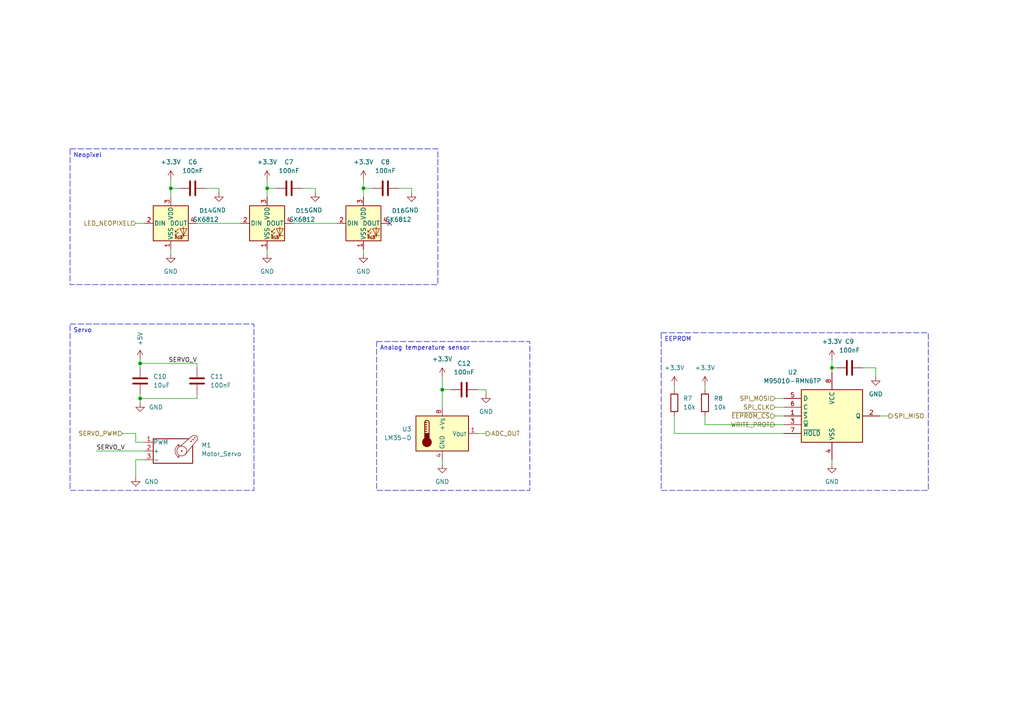
<source format=kicad_sch>
(kicad_sch (version 20231120) (generator "eeschema") (generator_version "8.0")
  (paper "A4")
  (title_block (title "Sensors & actuators") (date "2024-04-26") (rev "V2.0") (company "HAN") (comment 1 "Authors: Thomas Ijseldijk, Hugo Arends & Emiel Visser"))
  (lib_symbols
    (symbol "Device:C" (pin_numbers hide) (pin_names (offset 0.254))
      (property "Reference" "C" (at 0.635 2.54 0))
      (property "Value" "C" (at 0.635 -2.54 0))
      (symbol "C_0_1"
        (polyline (pts (xy -2.032 -0.762) (xy 2.032 -0.762)) (stroke (width 0.508)))
        (polyline (pts (xy -2.032 0.762) (xy 2.032 0.762)) (stroke (width 0.508)))
      )
      (symbol "C_1_1"
        (pin passive line (at 0 3.81 270) (length 2.794) (name "~") (number "1"))
        (pin passive line (at 0 -3.81 90) (length 2.794) (name "~") (number "2"))
      )
    )
    (symbol "Device:R" (pin_numbers hide) (pin_names (offset 0))
      (property "Reference" "R" (at 2.032 0 90))
      (property "Value" "R" (at 0 0 90))
      (symbol "R_0_1"
        (rectangle (start -1.016 -2.54) (end 1.016 2.54) (stroke (width 0.254)))
      )
      (symbol "R_1_1"
        (pin passive line (at 0 3.81 270) (length 1.27) (name "~") (number "1"))
        (pin passive line (at 0 -3.81 90) (length 1.27) (name "~") (number "2"))
      )
    )
    (symbol "LED:SK6812" (pin_names (offset 0.254))
      (property "Reference" "D" (at 5.08 5.715 0))
      (property "Value" "SK6812" (at 1.27 -5.715 0))
      (symbol "SK6812_0_0"
        (text "RGB" (at 2.286 -4.191 0) (effects (font (size 0.762 0.762))))
      )
      (symbol "SK6812_0_1"
        (polyline (pts (xy 1.27 -3.556) (xy 1.778 -3.556)))
        (polyline (pts (xy 1.27 -2.54) (xy 1.778 -2.54)))
        (polyline (pts (xy 4.699 -3.556) (xy 2.667 -3.556)))
        (polyline (pts (xy 2.286 -2.54) (xy 1.27 -3.556) (xy 1.27 -3.048)))
        (polyline (pts (xy 2.286 -1.524) (xy 1.27 -2.54) (xy 1.27 -2.032)))
        (polyline (pts (xy 3.683 -1.016) (xy 3.683 -3.556) (xy 3.683 -4.064)))
        (polyline (pts (xy 4.699 -1.524) (xy 2.667 -1.524) (xy 3.683 -3.556) (xy 4.699 -1.524)))
        (rectangle (start 5.08 5.08) (end -5.08 -5.08) (stroke (width 0.254)) (fill (type background)))
      )
      (symbol "SK6812_1_1"
        (pin power_in line (at 0 -7.62 90) (length 2.54) (name "VSS") (number "1"))
        (pin input line (at -7.62 0 0) (length 2.54) (name "DIN") (number "2"))
        (pin power_in line (at 0 7.62 270) (length 2.54) (name "VDD") (number "3"))
        (pin output line (at 7.62 0 180) (length 2.54) (name "DOUT") (number "4"))
      )
    )
    (symbol "Motor:Motor_Servo" (pin_names (offset 0.0254))
      (property "Reference" "M" (at -5.08 4.445 0))
      (property "Value" "Motor_Servo" (at -5.08 -4.064 0))
      (symbol "Motor_Servo_0_1"
        (polyline (pts (xy 2.413 -1.778) (xy 2.032 -1.778)))
        (polyline (pts (xy 2.413 -1.778) (xy 2.286 -1.397)))
        (polyline (pts (xy 2.413 1.778) (xy 1.905 1.778)))
        (polyline (pts (xy 2.413 1.778) (xy 2.286 1.397)))
        (polyline (pts (xy 6.35 4.445) (xy 2.54 1.27)))
        (polyline (pts (xy 7.62 3.175) (xy 4.191 -1.016)))
        (polyline (pts (xy 5.08 3.556) (xy -5.08 3.556) (xy -5.08 -3.556) (xy 6.35 -3.556) (xy 6.35 1.524)) (stroke (width 0.254)))
        (arc (start 2.413 1.778) (mid 1.2406 0) (end 2.413 -1.778))
        (circle (center 3.175 0) (radius 0.1778))
        (circle (center 3.175 0) (radius 1.4224))
        (circle (center 5.969 2.794) (radius 0.127))
        (circle (center 6.477 3.302) (radius 0.127))
        (circle (center 6.985 3.81) (radius 0.127))
        (arc (start 7.62 3.175) (mid 7.4485 4.2735) (end 6.35 4.445))
      )
      (symbol "Motor_Servo_1_1"
        (pin passive line (at -7.62 2.54 0) (length 2.54) (name "PWM") (number "1"))
        (pin passive line (at -7.62 0 0) (length 2.54) (name "+") (number "2"))
        (pin passive line (at -7.62 -2.54 0) (length 2.54) (name "-") (number "3"))
      )
    )
    (symbol "SamacSys:M95010-RMN6TP"
      (property "Reference" "U" (at 24.13 9.398 0))
      (property "Value" "M95010-RMN6TP" (at 24.13 7.112 0))
      (symbol "M95010-RMN6TP_1_1"
        (rectangle (start 5.08 5.08) (end 22.86 -10.16) (stroke (width 0.254)) (fill (type background)))
        (pin passive line (at 0 -2.54 0) (length 5.08) (name "~{S}") (number "1"))
        (pin passive line (at 27.94 -2.54 180) (length 5.08) (name "Q") (number "2"))
        (pin passive line (at 0 -5.08 0) (length 5.08) (name "~{W}") (number "3"))
        (pin passive line (at 13.97 -15.24 90) (length 5.08) (name "VSS") (number "4"))
        (pin passive line (at 0 2.54 0) (length 5.08) (name "D") (number "5"))
        (pin passive line (at 0 0 0) (length 5.08) (name "C") (number "6"))
        (pin passive line (at 0 -7.62 0) (length 5.08) (name "~{HOLD}") (number "7"))
        (pin passive line (at 13.97 10.16 270) (length 5.08) (name "VCC") (number "8"))
      )
    )
    (symbol "Sensor_Temperature:LM35-D"
      (property "Reference" "U" (at -6.35 6.35 0))
      (property "Value" "LM35-D" (at 1.27 6.35 0))
      (symbol "LM35-D_0_1"
        (rectangle (start -7.62 5.08) (end 7.62 -5.08) (stroke (width 0.254)) (fill (type background)))
        (circle (center -4.445 -2.54) (radius 1.27) (stroke (width 0.254)) (fill (type outline)))
        (rectangle (start -3.81 -1.905) (end -5.08 0) (stroke (width 0.254)) (fill (type outline)))
        (arc (start -3.81 3.175) (mid -4.445 3.8073) (end -5.08 3.175) (stroke (width 0.254)))
        (polyline (pts (xy -5.08 0.635) (xy -4.445 0.635)) (stroke (width 0.254)))
        (polyline (pts (xy -5.08 1.27) (xy -4.445 1.27)) (stroke (width 0.254)))
        (polyline (pts (xy -5.08 1.905) (xy -4.445 1.905)) (stroke (width 0.254)))
        (polyline (pts (xy -5.08 2.54) (xy -4.445 2.54)) (stroke (width 0.254)))
        (polyline (pts (xy -5.08 3.175) (xy -5.08 0)) (stroke (width 0.254)))
        (polyline (pts (xy -5.08 3.175) (xy -4.445 3.175)) (stroke (width 0.254)))
        (polyline (pts (xy -3.81 3.175) (xy -3.81 0)) (stroke (width 0.254)))
      )
      (symbol "LM35-D_1_1"
        (pin output line (at 10.16 0 180) (length 2.54) (name "V_{OUT}") (number "1"))
        (pin no_connect line (at -2.54 -5.08 90) (length 2.54) hide (name "NC") (number "2"))
        (pin no_connect line (at -2.54 5.08 270) (length 2.54) hide (name "NC") (number "3"))
        (pin power_in line (at 0 -7.62 90) (length 2.54) (name "GND") (number "4"))
        (pin no_connect line (at 2.54 -5.08 90) (length 2.54) hide (name "NC") (number "5"))
        (pin no_connect line (at 5.08 -5.08 90) (length 2.54) hide (name "NC") (number "6"))
        (pin no_connect line (at 7.62 2.54 180) (length 2.54) hide (name "NC") (number "7"))
        (pin power_in line (at 0 7.62 270) (length 2.54) (name "+V_{S}") (number "8"))
      )
    )
    (symbol "power:+3.3V" (power) (pin_names (offset 0))
      (property "Value" "+3.3V" (at 0 3.556 0))
      (symbol "+3.3V_0_1"
        (polyline (pts (xy -0.762 1.27) (xy 0 2.54)))
        (polyline (pts (xy 0 0) (xy 0 2.54)))
        (polyline (pts (xy 0 2.54) (xy 0.762 1.27)))
      )
      (symbol "+3.3V_1_1"
        (pin power_in line (at 0 0 90) (length 0) hide (name "+3.3V") (number "1"))
      )
    )
    (symbol "power:+5V" (power) (pin_names (offset 0))
      (property "Value" "+5V" (at 0 3.556 0))
      (symbol "+5V_0_1"
        (polyline (pts (xy -0.762 1.27) (xy 0 2.54)))
        (polyline (pts (xy 0 0) (xy 0 2.54)))
        (polyline (pts (xy 0 2.54) (xy 0.762 1.27)))
      )
      (symbol "+5V_1_1"
        (pin power_in line (at 0 0 90) (length 0) hide (name "+5V") (number "1"))
      )
    )
    (symbol "power:GND" (power) (pin_names (offset 0))
      (property "Value" "GND" (at 0 -3.81 0))
      (symbol "GND_0_1"
        (polyline (pts (xy 0 0) (xy 0 -1.27) (xy 1.27 -1.27) (xy 0 -2.54) (xy -1.27 -1.27) (xy 0 -1.27)))
      )
      (symbol "GND_1_1"
        (pin power_in line (at 0 0 270) (length 0) hide (name "GND") (number "1"))
      )
    )
  )
  (junction (at 105.41 54.61))
  (junction (at 128.27 113.03))
  (junction (at 49.53 54.61))
  (junction (at 40.64 115.57))
  (junction (at 40.64 105.41))
  (junction (at 241.3 106.68))
  (junction (at 77.47 54.61))
  (no_connect (at 113.03 64.77))
  (wire (pts (xy 107.95 54.61) (xy 105.41 54.61)))
  (wire (pts (xy 27.94 130.81) (xy 41.91 130.81)))
  (wire (pts (xy 224.79 118.11) (xy 227.33 118.11)))
  (wire (pts (xy 91.44 55.88) (xy 91.44 54.61)))
  (wire (pts (xy 204.47 123.19) (xy 204.47 120.65)))
  (wire (pts (xy 52.07 54.61) (xy 49.53 54.61)))
  (wire (pts (xy 57.15 105.41) (xy 40.64 105.41)))
  (wire (pts (xy 80.01 54.61) (xy 77.47 54.61)))
  (wire (pts (xy 40.64 115.57) (xy 57.15 115.57)))
  (wire (pts (xy 195.58 125.73) (xy 195.58 120.65)))
  (wire (pts (xy 85.09 64.77) (xy 97.79 64.77)))
  (wire (pts (xy 35.56 125.73) (xy 39.37 125.73)))
  (wire (pts (xy 40.64 115.57) (xy 40.64 116.84)))
  (wire (pts (xy 105.41 54.61) (xy 105.41 57.15)))
  (wire (pts (xy 40.64 114.3) (xy 40.64 115.57)))
  (wire (pts (xy 57.15 64.77) (xy 69.85 64.77)))
  (wire (pts (xy 241.3 106.68) (xy 241.3 107.95)))
  (wire (pts (xy 128.27 133.35) (xy 128.27 134.62)))
  (wire (pts (xy 255.27 120.65) (xy 257.81 120.65)))
  (wire (pts (xy 105.41 52.07) (xy 105.41 54.61)))
  (wire (pts (xy 49.53 72.39) (xy 49.53 73.66)))
  (wire (pts (xy 241.3 133.35) (xy 241.3 134.62)))
  (wire (pts (xy 105.41 72.39) (xy 105.41 73.66)))
  (wire (pts (xy 49.53 52.07) (xy 49.53 54.61)))
  (wire (pts (xy 39.37 128.27) (xy 41.91 128.27)))
  (wire (pts (xy 119.38 54.61) (xy 115.57 54.61)))
  (wire (pts (xy 40.64 104.14) (xy 40.64 105.41)))
  (wire (pts (xy 39.37 128.27) (xy 39.37 125.73)))
  (wire (pts (xy 130.81 113.03) (xy 128.27 113.03)))
  (wire (pts (xy 140.97 113.03) (xy 138.43 113.03)))
  (wire (pts (xy 57.15 106.68) (xy 57.15 105.41)))
  (wire (pts (xy 119.38 55.88) (xy 119.38 54.61)))
  (wire (pts (xy 40.64 105.41) (xy 40.64 106.68)))
  (wire (pts (xy 195.58 111.76) (xy 195.58 113.03)))
  (wire (pts (xy 128.27 109.22) (xy 128.27 113.03)))
  (wire (pts (xy 224.79 115.57) (xy 227.33 115.57)))
  (wire (pts (xy 195.58 125.73) (xy 227.33 125.73)))
  (wire (pts (xy 204.47 111.76) (xy 204.47 113.03)))
  (wire (pts (xy 77.47 54.61) (xy 77.47 57.15)))
  (wire (pts (xy 57.15 114.3) (xy 57.15 115.57)))
  (wire (pts (xy 140.97 114.3) (xy 140.97 113.03)))
  (wire (pts (xy 204.47 123.19) (xy 227.33 123.19)))
  (wire (pts (xy 63.5 55.88) (xy 63.5 54.61)))
  (wire (pts (xy 224.79 120.65) (xy 227.33 120.65)))
  (wire (pts (xy 39.37 64.77) (xy 41.91 64.77)))
  (wire (pts (xy 39.37 138.43) (xy 39.37 133.35)))
  (wire (pts (xy 77.47 72.39) (xy 77.47 73.66)))
  (wire (pts (xy 254 106.68) (xy 250.19 106.68)))
  (wire (pts (xy 39.37 133.35) (xy 41.91 133.35)))
  (wire (pts (xy 138.43 125.73) (xy 140.97 125.73)))
  (wire (pts (xy 91.44 54.61) (xy 87.63 54.61)))
  (wire (pts (xy 241.3 104.14) (xy 241.3 106.68)))
  (wire (pts (xy 128.27 113.03) (xy 128.27 118.11)))
  (wire (pts (xy 254 109.22) (xy 254 106.68)))
  (wire (pts (xy 242.57 106.68) (xy 241.3 106.68)))
  (wire (pts (xy 63.5 54.61) (xy 59.69 54.61)))
  (wire (pts (xy 49.53 54.61) (xy 49.53 57.15)))
  (wire (pts (xy 77.47 52.07) (xy 77.47 54.61)))
  (text_box "Servo" (at 20.32 93.98 0) (size 53.34 48.26) (stroke (width 0) (type dash)) (effects (font (size 1.27 1.27)) (justify left top)))
  (text_box "Neopixel" (at 20.32 43.18 0) (size 106.68 39.37) (stroke (width 0) (type dash)) (effects (font (size 1.27 1.27)) (justify left top)))
  (text_box "Analog temperature sensor" (at 109.22 99.06 0) (size 44.45 43.18) (stroke (width 0) (type dash)) (effects (font (size 1.27 1.27)) (justify left top)))
  (text_box "EEPROM" (at 191.77 96.52 0) (size 77.47 45.72) (stroke (width 0) (type dash)) (effects (font (size 1.27 1.27)) (justify left top)))
  (label "SERVO_V" (at 57.15 105.41 180))
  (label "SERVO_V" (at 27.94 130.81 0))
  (hierarchical_label "SPI_MISO" (shape output) (at 257.81 120.65 0))
  (hierarchical_label "LED_NEOPIXEL" (shape input) (at 39.37 64.77 180))
  (hierarchical_label "ADC_OUT" (shape output) (at 140.97 125.73 0))
  (hierarchical_label "WRITE_PROT" (shape input) (at 224.79 123.19 180))
  (hierarchical_label "SPI_MOSI" (shape input) (at 224.79 115.57 180))
  (hierarchical_label "~{EEPROM_CS}" (shape input) (at 224.79 120.65 180))
  (hierarchical_label "SPI_CLK" (shape input) (at 224.79 118.11 180))
  (hierarchical_label "SERVO_PWM" (shape input) (at 35.56 125.73 180))
  (symbol (lib_id "Device:C") (at 134.62 113.03 90) (unit 1)
    (property "Reference" "C12" (at 134.62 105.41 90))
    (property "Value" "100nF" (at 134.62 107.95 90))
    (property "Footprint" "Capacitor_SMD:C_0805_2012Metric_Pad1.18x1.45mm_HandSolder" (effects (hide yes)))
    (property "GPN" "GPC0603104" (effects (hide yes)))
  )
  (symbol (lib_id "power:+3.3V") (at 128.27 109.22 0) (unit 1)
    (property "Reference" "#PWR044" (effects (hide yes)))
    (property "Value" "+3.3V" (at 128.27 104.14 0))
  )
  (symbol (lib_id "LED:SK6812") (at 105.41 64.77 0) (unit 1)
    (property "Reference" "D16" (at 115.57 61.1221 0))
    (property "Value" "SK6812" (at 115.57 63.6621 0))
    (property "Footprint" "LED_SMD:LED_SK6812_PLCC4_5.0x5.0mm_P3.2mm" (effects (hide yes)))
    (property "Datasheet" "https://cdn-shop.adafruit.com/product-files/1138/SK6812+LED+datasheet+.pdf" (effects (hide yes)))
  )
  (symbol (lib_id "Device:C") (at 40.64 110.49 180) (unit 1)
    (property "Reference" "C10" (at 44.45 109.22 0) (effects (justify right)))
    (property "Value" "10uF" (at 44.45 111.76 0) (effects (justify right)))
    (property "Footprint" "Capacitor_SMD:C_0805_2012Metric_Pad1.18x1.45mm_HandSolder" (effects (hide yes)))
    (property "GPN" "GPC0603106" (effects (hide yes)))
  )
  (symbol (lib_id "power:GND") (at 105.41 73.66 0) (unit 1)
    (property "Reference" "#PWR041" (effects (hide yes)))
    (property "Value" "GND" (at 105.41 78.74 0))
  )
  (symbol (lib_id "power:+3.3V") (at 105.41 52.07 0) (unit 1)
    (property "Reference" "#PWR035" (effects (hide yes)))
    (property "Value" "+3.3V" (at 105.41 46.99 0))
  )
  (symbol (lib_id "Device:R") (at 195.58 116.84 0) (mirror y) (unit 1)
    (property "Reference" "R7" (at 198.12 115.57 0) (effects (justify right)))
    (property "Value" "10k" (at 198.12 118.11 0) (effects (justify right)))
    (property "Footprint" "Resistor_SMD:R_0805_2012Metric_Pad1.20x1.40mm_HandSolder" (effects (hide yes)))
    (property "GPN" "GPR060310K" (effects (hide yes)))
  )
  (symbol (lib_id "power:+3.3V") (at 204.47 111.76 0) (unit 1)
    (property "Reference" "#PWR047" (effects (hide yes)))
    (property "Value" "+3.3V" (at 204.47 106.68 0))
  )
  (symbol (lib_id "Device:C") (at 246.38 106.68 90) (unit 1)
    (property "Reference" "C9" (at 246.38 99.06 90))
    (property "Value" "100nF" (at 246.38 101.6 90))
    (property "Footprint" "Capacitor_SMD:C_0805_2012Metric_Pad1.18x1.45mm_HandSolder" (effects (hide yes)))
    (property "GPN" "GPC0603104" (effects (hide yes)))
  )
  (symbol (lib_id "power:+3.3V") (at 77.47 52.07 0) (unit 1)
    (property "Reference" "#PWR034" (effects (hide yes)))
    (property "Value" "+3.3V" (at 77.47 46.99 0))
  )
  (symbol (lib_id "power:+3.3V") (at 241.3 104.14 0) (unit 1)
    (property "Reference" "#PWR043" (effects (hide yes)))
    (property "Value" "+3.3V" (at 241.3 99.06 0))
  )
  (symbol (lib_id "power:GND") (at 63.5 55.88 0) (unit 1)
    (property "Reference" "#PWR036" (effects (hide yes)))
    (property "Value" "GND" (at 63.5 60.96 0))
  )
  (symbol (lib_id "LED:SK6812") (at 49.53 64.77 0) (unit 1)
    (property "Reference" "D14" (at 59.69 61.1221 0))
    (property "Value" "SK6812" (at 59.69 63.6621 0))
    (property "Footprint" "LED_SMD:LED_SK6812_PLCC4_5.0x5.0mm_P3.2mm" (effects (hide yes)))
    (property "Datasheet" "https://cdn-shop.adafruit.com/product-files/1138/SK6812+LED+datasheet+.pdf" (effects (hide yes)))
  )
  (symbol (lib_id "SamacSys:M95010-RMN6TP") (at 227.33 118.11 0) (unit 1)
    (property "Reference" "U2" (at 229.87 107.95 0))
    (property "Value" "M95010-RMN6TP" (at 229.87 110.49 0))
    (property "Footprint" "SOIC127P600X175-8N" (effects (hide yes)))
    (property "Datasheet" "https://www.arrow.com/en/products/m95010-rmn6tp/stmicroelectronics" (effects (hide yes)))
    (property "Description" "EEPROM Serial SPI Bus EEPROM" (effects (hide yes)))
    (property "Height" "1.75" (effects (hide yes)))
    (property "Manufacturer_Name" "STMicroelectronics" (effects (hide yes)))
    (property "Manufacturer_Part_Number" "M95010-RMN6TP" (effects (hide yes)))
    (property "Mouser Part Number" "511-M95010-RMN6TP" (effects (hide yes)))
    (property "Mouser Price/Stock" "https://www.mouser.co.uk/ProductDetail/STMicroelectronics/M95010-RMN6TP?qs=6hSH1YZbOIgK0xa%252BHaDUCw%3D%3D" (effects (hide yes)))
    (property "Arrow Part Number" "M95010-RMN6TP" (effects (hide yes)))
    (property "Arrow Price/Stock" "https://www.arrow.com/en/products/m95010-rmn6tp/stmicroelectronics?region=nac" (effects (hide yes)))
  )
  (symbol (lib_id "power:GND") (at 49.53 73.66 0) (unit 1)
    (property "Reference" "#PWR039" (effects (hide yes)))
    (property "Value" "GND" (at 49.53 78.74 0))
  )
  (symbol (lib_id "Device:C") (at 111.76 54.61 90) (unit 1)
    (property "Reference" "C8" (at 111.76 46.99 90))
    (property "Value" "100nF" (at 111.76 49.53 90))
    (property "Footprint" "Capacitor_SMD:C_0805_2012Metric_Pad1.18x1.45mm_HandSolder" (effects (hide yes)))
    (property "GPN" "GPC0603104" (effects (hide yes)))
  )
  (symbol (lib_id "power:GND") (at 140.97 114.3 0) (unit 1)
    (property "Reference" "#PWR048" (effects (hide yes)))
    (property "Value" "GND" (at 140.97 119.38 0))
  )
  (symbol (lib_id "Device:C") (at 83.82 54.61 90) (unit 1)
    (property "Reference" "C7" (at 83.82 46.99 90))
    (property "Value" "100nF" (at 83.82 49.53 90))
    (property "Footprint" "Capacitor_SMD:C_0805_2012Metric_Pad1.18x1.45mm_HandSolder" (effects (hide yes)))
    (property "GPN" "GPC0603104" (effects (hide yes)))
  )
  (symbol (lib_id "Device:C") (at 57.15 110.49 180) (unit 1)
    (property "Reference" "C11" (at 60.96 109.22 0) (effects (justify right)))
    (property "Value" "100nF" (at 60.96 111.76 0) (effects (justify right)))
    (property "Footprint" "Capacitor_SMD:C_0805_2012Metric_Pad1.18x1.45mm_HandSolder" (effects (hide yes)))
    (property "GPN" "GPC0603104" (effects (hide yes)))
  )
  (symbol (lib_id "Sensor_Temperature:LM35-D") (at 128.27 125.73 0) (unit 1)
    (property "Reference" "U3" (at 119.38 124.4599 0) (effects (justify right)))
    (property "Value" "LM35-D" (at 119.38 126.9999 0) (effects (justify right)))
    (property "Footprint" "Package_SO:SOIC-8_3.9x4.9mm_P1.27mm" (effects (hide yes)))
    (property "Datasheet" "http://www.ti.com/lit/ds/symlink/lm35.pdf" (effects (hide yes)))
    (property "Description" "Precision centigrade temperature sensor, SOIC-8" (effects (hide yes)))
  )
  (symbol (lib_id "power:+3.3V") (at 49.53 52.07 0) (unit 1)
    (property "Reference" "#PWR033" (effects (hide yes)))
    (property "Value" "+3.3V" (at 49.53 46.99 0))
  )
  (symbol (lib_id "Device:R") (at 204.47 116.84 0) (mirror y) (unit 1)
    (property "Reference" "R8" (at 207.01 115.57 0) (effects (justify right)))
    (property "Value" "10k" (at 207.01 118.11 0) (effects (justify right)))
    (property "Footprint" "Resistor_SMD:R_0805_2012Metric_Pad1.20x1.40mm_HandSolder" (effects (hide yes)))
    (property "GPN" "GPR060310K" (effects (hide yes)))
  )
  (symbol (lib_id "power:GND") (at 39.37 138.43 0) (unit 1)
    (property "Reference" "#PWR052" (effects (hide yes)))
    (property "Value" "GND" (at 41.91 139.7 0) (effects (justify left)))
  )
  (symbol (lib_id "power:GND") (at 254 109.22 0) (unit 1)
    (property "Reference" "#PWR045" (effects (hide yes)))
    (property "Value" "GND" (at 254 114.3 0))
  )
  (symbol (lib_id "LED:SK6812") (at 77.47 64.77 0) (unit 1)
    (property "Reference" "D15" (at 87.63 61.1221 0))
    (property "Value" "SK6812" (at 87.63 63.6621 0))
    (property "Footprint" "LED_SMD:LED_SK6812_PLCC4_5.0x5.0mm_P3.2mm" (effects (hide yes)))
    (property "Datasheet" "https://cdn-shop.adafruit.com/product-files/1138/SK6812+LED+datasheet+.pdf" (effects (hide yes)))
  )
  (symbol (lib_id "power:GND") (at 40.64 116.84 0) (unit 1)
    (property "Reference" "#PWR049" (effects (hide yes)))
    (property "Value" "GND" (at 43.18 118.11 0) (effects (justify left)))
  )
  (symbol (lib_id "power:GND") (at 128.27 134.62 0) (unit 1)
    (property "Reference" "#PWR050" (effects (hide yes)))
    (property "Value" "GND" (at 128.27 139.7 0))
  )
  (symbol (lib_id "power:+5V") (at 40.64 104.14 0) (unit 1)
    (property "Reference" "#PWR042" (effects (hide yes)))
    (property "Value" "+5V" (at 40.64 100.33 90) (effects (justify left)))
  )
  (symbol (lib_id "Motor:Motor_Servo") (at 49.53 130.81 0) (unit 1)
    (property "Reference" "M1" (at 58.42 129.1066 0) (effects (justify left)))
    (property "Value" "Motor_Servo" (at 58.42 131.6466 0) (effects (justify left)))
    (property "Footprint" "Connector_PinHeader_2.54mm:PinHeader_1x03_P2.54mm_Vertical" (effects (hide yes)))
    (property "Datasheet" "http://forums.parallax.com/uploads/attachments/46831/74481.png" (effects (hide yes)))
    (property "GPN" "GPHA-1X03" (effects (hide yes)))
  )
  (symbol (lib_id "power:GND") (at 91.44 55.88 0) (unit 1)
    (property "Reference" "#PWR037" (effects (hide yes)))
    (property "Value" "GND" (at 91.44 60.96 0))
  )
  (symbol (lib_id "power:+3.3V") (at 195.58 111.76 0) (unit 1)
    (property "Reference" "#PWR046" (effects (hide yes)))
    (property "Value" "+3.3V" (at 195.58 106.68 0))
  )
  (symbol (lib_id "power:GND") (at 241.3 134.62 0) (unit 1)
    (property "Reference" "#PWR051" (effects (hide yes)))
    (property "Value" "GND" (at 241.3 139.7 0))
  )
  (symbol (lib_id "power:GND") (at 119.38 55.88 0) (unit 1)
    (property "Reference" "#PWR038" (effects (hide yes)))
    (property "Value" "GND" (at 119.38 60.96 0))
  )
  (symbol (lib_id "Device:C") (at 55.88 54.61 90) (unit 1)
    (property "Reference" "C6" (at 55.88 46.99 90))
    (property "Value" "100nF" (at 55.88 49.53 90))
    (property "Footprint" "Capacitor_SMD:C_0805_2012Metric_Pad1.18x1.45mm_HandSolder" (effects (hide yes)))
    (property "GPN" "GPC0603104" (effects (hide yes)))
  )
  (symbol (lib_id "power:GND") (at 77.47 73.66 0) (unit 1)
    (property "Reference" "#PWR040" (effects (hide yes)))
    (property "Value" "GND" (at 77.47 78.74 0))
  )
)
</source>
